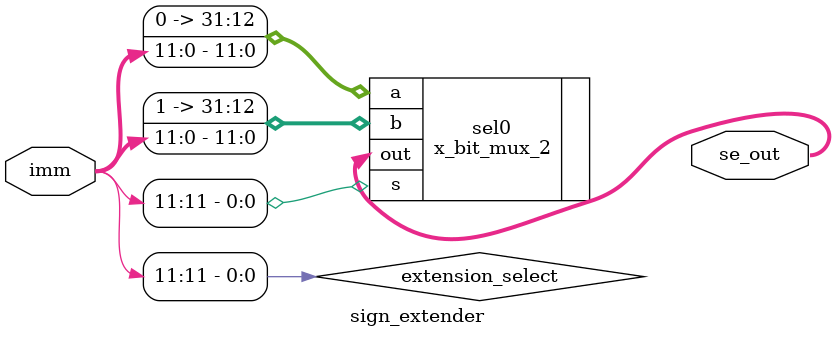
<source format=v>

module sign_extender #(
  parameter WIDTH = 32,
  parameter EXTENSION = 20
) (
  input [WIDTH-EXTENSION-1:0] imm,
  output [WIDTH-1:0] se_out
);

wire extension_select;

assign extension_select = imm[WIDTH-EXTENSION-1];

x_bit_mux_2 #(.WIDTH(WIDTH)) sel0 (
  .a({{EXTENSION{1'b0}}, imm}), .b({{EXTENSION{1'b1}}, imm}), .s(extension_select),
  .out(se_out)
);

endmodule

</source>
